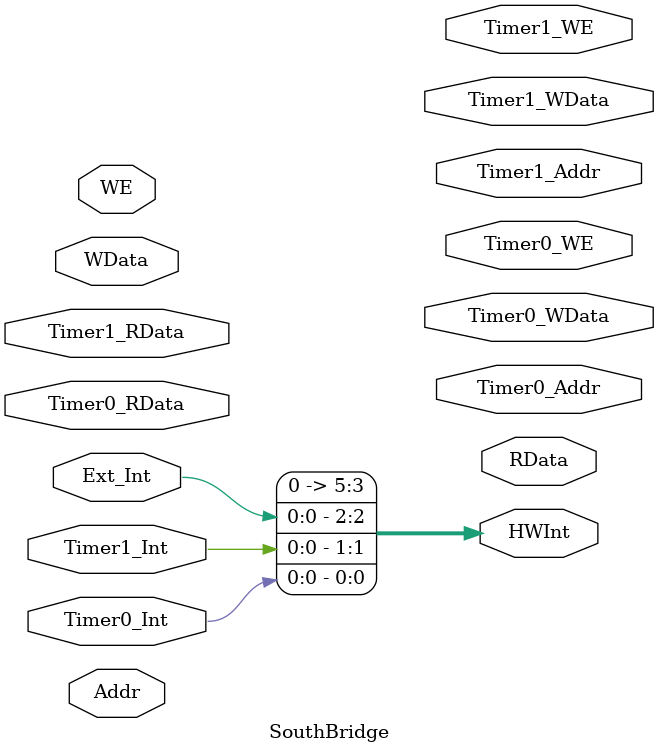
<source format=v>
/* 
 * File Name: Bridge.v
 * Module Name: NorthBridge, SouthBridge
 * Description: Map the address space into separated devices.
 */
`default_nettype none
`include "memconfig.v"

/*
 * Module Name: NorthBridge
 * Description: Connect CPU and Memory
 */
module NorthBridge (
    // CPU Side
    // RW Port 1 (For IM)
    input wire [31:0] Addr1, 
    input wire [31:0] WData1, 
    input wire [3:0] WE1, 
    output wire [31:0] RData1,
    // RW Port 2 (For DM)
    input wire [31:0] PC2, 
    input wire [31:0] Addr2, 
    input wire [31:0] WData2, 
    input wire [3:0] WE2, 
    output wire [31:0] RData2,
    // Exception and Interruption
    output wire [6:2] Exc, 
    output wire [7:2] HWInt, 
    // Outer Side
    // IM
    output wire [31:0] IM_Addr, 
    output wire [31:0] IM_WData, 
    output wire [3:0] IM_WE, 
    input wire [31:0] IM_RData, 
    // DM
    output wire [31:0] DM_PC, 
    output wire [31:0] DM_Addr, 
    output wire [31:0] DM_WData, 
    output wire [3:0] DM_WE, 
    input wire [31:0] DM_RData,
    // South Bridge
    output wire [31:0] SBr_PC, 
    output wire [31:0] SBr_Addr, 
    output wire [31:0] SBr_WData, 
    output wire SBr_WE, 
    input wire [31:0] SBr_RData,
    input wire [7:2] SBr_HWInt
);
    // DM Only
    assign DM_PC = PC2;
    assign DM_Addr = Addr2;
    assign DM_WData = WData2;
    assign DM_WE = WE2;
    assign RData2 = DM_RData;

endmodule

/*
 * Module Name: SouthBridge
 * Description: Connect CPU and Devices
 */

module SouthBridge (
    // CPU Side
    input wire [31:0] Addr, 
    input wire [31:0] WData, 
    input wire WE,  
    output wire [31:0] RData, 
    output wire [7:2] HWInt, 
    // Device Side
    // Timer 0
    output wire [31:2] Timer0_Addr, 
    output wire [31:0] Timer0_WData, 
    output wire Timer0_WE, 
    input wire [31:0] Timer0_RData, 
    input wire Timer0_Int, 
    // Timer 1
    output wire [31:2] Timer1_Addr, 
    output wire [31:0] Timer1_WData, 
    output wire Timer1_WE, 
    input wire [31:0] Timer1_RData, 
    input wire Timer1_Int, 
    // External Interrupt
    input wire Ext_Int
);
    





    assign HWInt = {3'b0, Ext_Int, Timer1_Int, Timer0_Int};
endmodule

</source>
